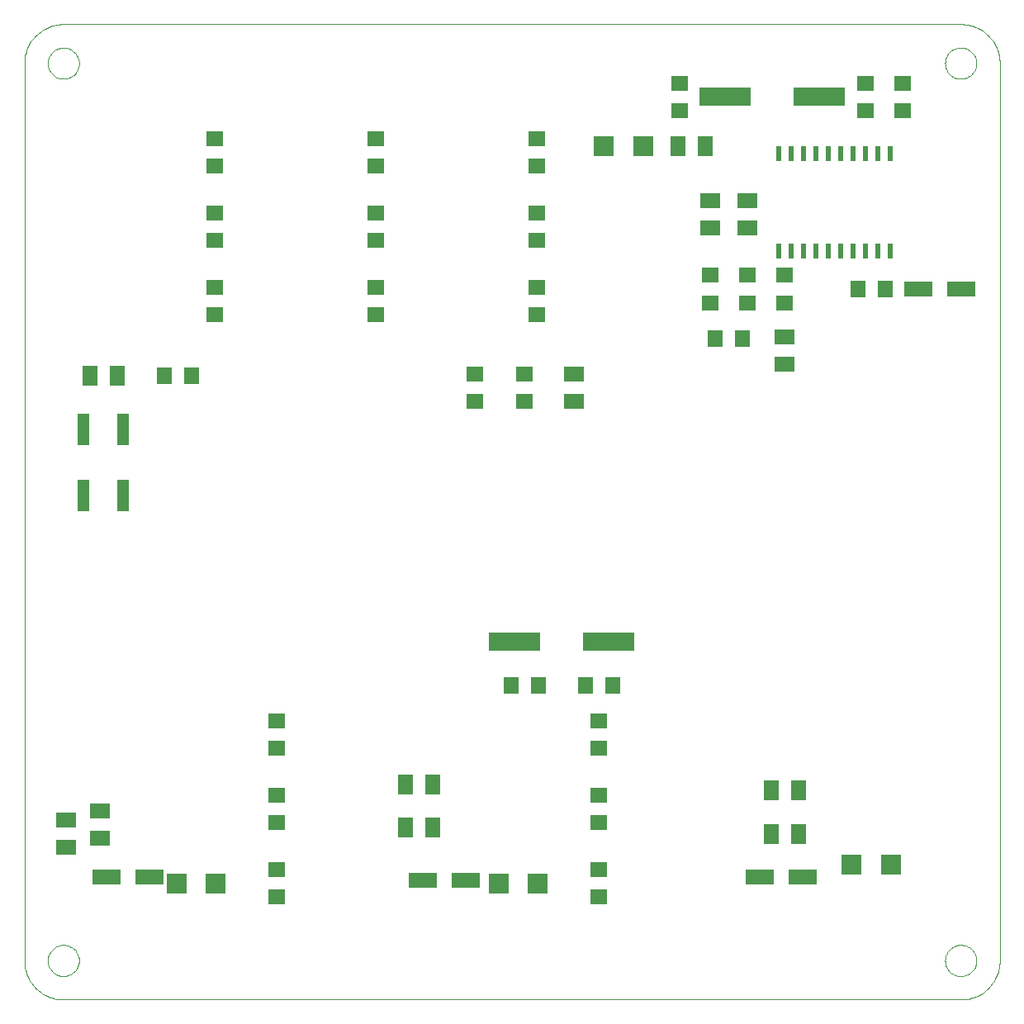
<source format=gtp>
G75*
G70*
%OFA0B0*%
%FSLAX24Y24*%
%IPPOS*%
%LPD*%
%AMOC8*
5,1,8,0,0,1.08239X$1,22.5*
%
%ADD10R,0.0236X0.0591*%
%ADD11R,0.2100X0.0760*%
%ADD12R,0.0709X0.0630*%
%ADD13R,0.0630X0.0709*%
%ADD14R,0.0630X0.0787*%
%ADD15R,0.0710X0.0630*%
%ADD16R,0.0787X0.0630*%
%ADD17R,0.1181X0.0630*%
%ADD18R,0.0472X0.1260*%
%ADD19R,0.0787X0.0787*%
%ADD20C,0.0000*%
D10*
X035066Y033632D03*
X035566Y033632D03*
X036066Y033632D03*
X036566Y033632D03*
X037066Y033632D03*
X037566Y033632D03*
X038066Y033632D03*
X038566Y033632D03*
X039066Y033632D03*
X039566Y033632D03*
X039566Y037569D03*
X039066Y037569D03*
X038566Y037569D03*
X038066Y037569D03*
X037566Y037569D03*
X037066Y037569D03*
X036566Y037569D03*
X036066Y037569D03*
X035566Y037569D03*
X035066Y037569D03*
D11*
X036716Y039851D03*
X032916Y039851D03*
X028216Y017851D03*
X024416Y017851D03*
D12*
X027816Y014652D03*
X027816Y013549D03*
X027816Y011652D03*
X027816Y010549D03*
X027816Y008652D03*
X027816Y007549D03*
X014816Y007549D03*
X014816Y008652D03*
X014816Y010549D03*
X014816Y011652D03*
X014816Y013549D03*
X014816Y014652D03*
X022816Y027549D03*
X022816Y028652D03*
X024816Y028652D03*
X024816Y027549D03*
X025316Y031049D03*
X025316Y032152D03*
X025316Y034049D03*
X025316Y035152D03*
X025316Y037049D03*
X025316Y038152D03*
X031066Y039299D03*
X031066Y040402D03*
X038566Y040402D03*
X038566Y039299D03*
X040066Y039299D03*
X040066Y040402D03*
X018816Y038152D03*
X018816Y037049D03*
X018816Y035152D03*
X018816Y034049D03*
X018816Y032152D03*
X018816Y031049D03*
X012316Y031049D03*
X012316Y032152D03*
X012316Y034049D03*
X012316Y035152D03*
X012316Y037049D03*
X012316Y038152D03*
D13*
X011367Y028601D03*
X010265Y028601D03*
X024265Y016101D03*
X025367Y016101D03*
X027265Y016101D03*
X028367Y016101D03*
X032515Y030101D03*
X033617Y030101D03*
X038265Y032101D03*
X039367Y032101D03*
D14*
X032117Y037851D03*
X031015Y037851D03*
X008367Y028601D03*
X007265Y028601D03*
X020015Y012101D03*
X021117Y012101D03*
X021117Y010351D03*
X020015Y010351D03*
X034765Y010101D03*
X035867Y010101D03*
X035867Y011851D03*
X034765Y011851D03*
D15*
X035316Y031541D03*
X035316Y032660D03*
X033816Y032660D03*
X033816Y031541D03*
X032316Y031541D03*
X032316Y032660D03*
D16*
X032316Y034549D03*
X032316Y035652D03*
X033816Y035652D03*
X033816Y034549D03*
X035316Y030152D03*
X035316Y029049D03*
X026816Y028652D03*
X026816Y027549D03*
X007691Y011027D03*
X007691Y009924D03*
X006316Y009549D03*
X006316Y010652D03*
D17*
X007950Y008351D03*
X009682Y008351D03*
X020700Y008226D03*
X022432Y008226D03*
X034325Y008351D03*
X036057Y008351D03*
X040700Y032101D03*
X042432Y032101D03*
D18*
X008603Y026439D03*
X007028Y026439D03*
X007028Y023762D03*
X008603Y023762D03*
D19*
X010778Y008101D03*
X012353Y008101D03*
X023778Y008101D03*
X025353Y008101D03*
X038028Y008851D03*
X039603Y008851D03*
X029603Y037851D03*
X028028Y037851D03*
D20*
X004631Y041211D02*
X004631Y004990D01*
X005576Y004990D02*
X005578Y005040D01*
X005584Y005090D01*
X005594Y005139D01*
X005608Y005187D01*
X005625Y005234D01*
X005646Y005279D01*
X005671Y005323D01*
X005699Y005364D01*
X005731Y005403D01*
X005765Y005440D01*
X005802Y005474D01*
X005842Y005504D01*
X005884Y005531D01*
X005928Y005555D01*
X005974Y005576D01*
X006021Y005592D01*
X006069Y005605D01*
X006119Y005614D01*
X006168Y005619D01*
X006219Y005620D01*
X006269Y005617D01*
X006318Y005610D01*
X006367Y005599D01*
X006415Y005584D01*
X006461Y005566D01*
X006506Y005544D01*
X006549Y005518D01*
X006590Y005489D01*
X006629Y005457D01*
X006665Y005422D01*
X006697Y005384D01*
X006727Y005344D01*
X006754Y005301D01*
X006777Y005257D01*
X006796Y005211D01*
X006812Y005163D01*
X006824Y005114D01*
X006832Y005065D01*
X006836Y005015D01*
X006836Y004965D01*
X006832Y004915D01*
X006824Y004866D01*
X006812Y004817D01*
X006796Y004769D01*
X006777Y004723D01*
X006754Y004679D01*
X006727Y004636D01*
X006697Y004596D01*
X006665Y004558D01*
X006629Y004523D01*
X006590Y004491D01*
X006549Y004462D01*
X006506Y004436D01*
X006461Y004414D01*
X006415Y004396D01*
X006367Y004381D01*
X006318Y004370D01*
X006269Y004363D01*
X006219Y004360D01*
X006168Y004361D01*
X006119Y004366D01*
X006069Y004375D01*
X006021Y004388D01*
X005974Y004404D01*
X005928Y004425D01*
X005884Y004449D01*
X005842Y004476D01*
X005802Y004506D01*
X005765Y004540D01*
X005731Y004577D01*
X005699Y004616D01*
X005671Y004657D01*
X005646Y004701D01*
X005625Y004746D01*
X005608Y004793D01*
X005594Y004841D01*
X005584Y004890D01*
X005578Y004940D01*
X005576Y004990D01*
X004631Y004990D02*
X004633Y004913D01*
X004639Y004836D01*
X004648Y004759D01*
X004661Y004683D01*
X004678Y004607D01*
X004699Y004533D01*
X004723Y004459D01*
X004751Y004387D01*
X004782Y004317D01*
X004817Y004248D01*
X004855Y004180D01*
X004896Y004115D01*
X004941Y004052D01*
X004989Y003991D01*
X005039Y003932D01*
X005092Y003876D01*
X005148Y003823D01*
X005207Y003773D01*
X005268Y003725D01*
X005331Y003680D01*
X005396Y003639D01*
X005464Y003601D01*
X005533Y003566D01*
X005603Y003535D01*
X005675Y003507D01*
X005749Y003483D01*
X005823Y003462D01*
X005899Y003445D01*
X005975Y003432D01*
X006052Y003423D01*
X006129Y003417D01*
X006206Y003415D01*
X006206Y003416D02*
X042426Y003416D01*
X041796Y004990D02*
X041798Y005040D01*
X041804Y005090D01*
X041814Y005139D01*
X041828Y005187D01*
X041845Y005234D01*
X041866Y005279D01*
X041891Y005323D01*
X041919Y005364D01*
X041951Y005403D01*
X041985Y005440D01*
X042022Y005474D01*
X042062Y005504D01*
X042104Y005531D01*
X042148Y005555D01*
X042194Y005576D01*
X042241Y005592D01*
X042289Y005605D01*
X042339Y005614D01*
X042388Y005619D01*
X042439Y005620D01*
X042489Y005617D01*
X042538Y005610D01*
X042587Y005599D01*
X042635Y005584D01*
X042681Y005566D01*
X042726Y005544D01*
X042769Y005518D01*
X042810Y005489D01*
X042849Y005457D01*
X042885Y005422D01*
X042917Y005384D01*
X042947Y005344D01*
X042974Y005301D01*
X042997Y005257D01*
X043016Y005211D01*
X043032Y005163D01*
X043044Y005114D01*
X043052Y005065D01*
X043056Y005015D01*
X043056Y004965D01*
X043052Y004915D01*
X043044Y004866D01*
X043032Y004817D01*
X043016Y004769D01*
X042997Y004723D01*
X042974Y004679D01*
X042947Y004636D01*
X042917Y004596D01*
X042885Y004558D01*
X042849Y004523D01*
X042810Y004491D01*
X042769Y004462D01*
X042726Y004436D01*
X042681Y004414D01*
X042635Y004396D01*
X042587Y004381D01*
X042538Y004370D01*
X042489Y004363D01*
X042439Y004360D01*
X042388Y004361D01*
X042339Y004366D01*
X042289Y004375D01*
X042241Y004388D01*
X042194Y004404D01*
X042148Y004425D01*
X042104Y004449D01*
X042062Y004476D01*
X042022Y004506D01*
X041985Y004540D01*
X041951Y004577D01*
X041919Y004616D01*
X041891Y004657D01*
X041866Y004701D01*
X041845Y004746D01*
X041828Y004793D01*
X041814Y004841D01*
X041804Y004890D01*
X041798Y004940D01*
X041796Y004990D01*
X042426Y003415D02*
X042503Y003417D01*
X042580Y003423D01*
X042657Y003432D01*
X042733Y003445D01*
X042809Y003462D01*
X042883Y003483D01*
X042957Y003507D01*
X043029Y003535D01*
X043099Y003566D01*
X043168Y003601D01*
X043236Y003639D01*
X043301Y003680D01*
X043364Y003725D01*
X043425Y003773D01*
X043484Y003823D01*
X043540Y003876D01*
X043593Y003932D01*
X043643Y003991D01*
X043691Y004052D01*
X043736Y004115D01*
X043777Y004180D01*
X043815Y004248D01*
X043850Y004317D01*
X043881Y004387D01*
X043909Y004459D01*
X043933Y004533D01*
X043954Y004607D01*
X043971Y004683D01*
X043984Y004759D01*
X043993Y004836D01*
X043999Y004913D01*
X044001Y004990D01*
X044001Y041211D01*
X041796Y041211D02*
X041798Y041261D01*
X041804Y041311D01*
X041814Y041360D01*
X041828Y041408D01*
X041845Y041455D01*
X041866Y041500D01*
X041891Y041544D01*
X041919Y041585D01*
X041951Y041624D01*
X041985Y041661D01*
X042022Y041695D01*
X042062Y041725D01*
X042104Y041752D01*
X042148Y041776D01*
X042194Y041797D01*
X042241Y041813D01*
X042289Y041826D01*
X042339Y041835D01*
X042388Y041840D01*
X042439Y041841D01*
X042489Y041838D01*
X042538Y041831D01*
X042587Y041820D01*
X042635Y041805D01*
X042681Y041787D01*
X042726Y041765D01*
X042769Y041739D01*
X042810Y041710D01*
X042849Y041678D01*
X042885Y041643D01*
X042917Y041605D01*
X042947Y041565D01*
X042974Y041522D01*
X042997Y041478D01*
X043016Y041432D01*
X043032Y041384D01*
X043044Y041335D01*
X043052Y041286D01*
X043056Y041236D01*
X043056Y041186D01*
X043052Y041136D01*
X043044Y041087D01*
X043032Y041038D01*
X043016Y040990D01*
X042997Y040944D01*
X042974Y040900D01*
X042947Y040857D01*
X042917Y040817D01*
X042885Y040779D01*
X042849Y040744D01*
X042810Y040712D01*
X042769Y040683D01*
X042726Y040657D01*
X042681Y040635D01*
X042635Y040617D01*
X042587Y040602D01*
X042538Y040591D01*
X042489Y040584D01*
X042439Y040581D01*
X042388Y040582D01*
X042339Y040587D01*
X042289Y040596D01*
X042241Y040609D01*
X042194Y040625D01*
X042148Y040646D01*
X042104Y040670D01*
X042062Y040697D01*
X042022Y040727D01*
X041985Y040761D01*
X041951Y040798D01*
X041919Y040837D01*
X041891Y040878D01*
X041866Y040922D01*
X041845Y040967D01*
X041828Y041014D01*
X041814Y041062D01*
X041804Y041111D01*
X041798Y041161D01*
X041796Y041211D01*
X042426Y042786D02*
X042503Y042784D01*
X042580Y042778D01*
X042657Y042769D01*
X042733Y042756D01*
X042809Y042739D01*
X042883Y042718D01*
X042957Y042694D01*
X043029Y042666D01*
X043099Y042635D01*
X043168Y042600D01*
X043236Y042562D01*
X043301Y042521D01*
X043364Y042476D01*
X043425Y042428D01*
X043484Y042378D01*
X043540Y042325D01*
X043593Y042269D01*
X043643Y042210D01*
X043691Y042149D01*
X043736Y042086D01*
X043777Y042021D01*
X043815Y041953D01*
X043850Y041884D01*
X043881Y041814D01*
X043909Y041742D01*
X043933Y041668D01*
X043954Y041594D01*
X043971Y041518D01*
X043984Y041442D01*
X043993Y041365D01*
X043999Y041288D01*
X044001Y041211D01*
X042426Y042786D02*
X006206Y042786D01*
X005576Y041211D02*
X005578Y041261D01*
X005584Y041311D01*
X005594Y041360D01*
X005608Y041408D01*
X005625Y041455D01*
X005646Y041500D01*
X005671Y041544D01*
X005699Y041585D01*
X005731Y041624D01*
X005765Y041661D01*
X005802Y041695D01*
X005842Y041725D01*
X005884Y041752D01*
X005928Y041776D01*
X005974Y041797D01*
X006021Y041813D01*
X006069Y041826D01*
X006119Y041835D01*
X006168Y041840D01*
X006219Y041841D01*
X006269Y041838D01*
X006318Y041831D01*
X006367Y041820D01*
X006415Y041805D01*
X006461Y041787D01*
X006506Y041765D01*
X006549Y041739D01*
X006590Y041710D01*
X006629Y041678D01*
X006665Y041643D01*
X006697Y041605D01*
X006727Y041565D01*
X006754Y041522D01*
X006777Y041478D01*
X006796Y041432D01*
X006812Y041384D01*
X006824Y041335D01*
X006832Y041286D01*
X006836Y041236D01*
X006836Y041186D01*
X006832Y041136D01*
X006824Y041087D01*
X006812Y041038D01*
X006796Y040990D01*
X006777Y040944D01*
X006754Y040900D01*
X006727Y040857D01*
X006697Y040817D01*
X006665Y040779D01*
X006629Y040744D01*
X006590Y040712D01*
X006549Y040683D01*
X006506Y040657D01*
X006461Y040635D01*
X006415Y040617D01*
X006367Y040602D01*
X006318Y040591D01*
X006269Y040584D01*
X006219Y040581D01*
X006168Y040582D01*
X006119Y040587D01*
X006069Y040596D01*
X006021Y040609D01*
X005974Y040625D01*
X005928Y040646D01*
X005884Y040670D01*
X005842Y040697D01*
X005802Y040727D01*
X005765Y040761D01*
X005731Y040798D01*
X005699Y040837D01*
X005671Y040878D01*
X005646Y040922D01*
X005625Y040967D01*
X005608Y041014D01*
X005594Y041062D01*
X005584Y041111D01*
X005578Y041161D01*
X005576Y041211D01*
X004631Y041211D02*
X004633Y041288D01*
X004639Y041365D01*
X004648Y041442D01*
X004661Y041518D01*
X004678Y041594D01*
X004699Y041668D01*
X004723Y041742D01*
X004751Y041814D01*
X004782Y041884D01*
X004817Y041953D01*
X004855Y042021D01*
X004896Y042086D01*
X004941Y042149D01*
X004989Y042210D01*
X005039Y042269D01*
X005092Y042325D01*
X005148Y042378D01*
X005207Y042428D01*
X005268Y042476D01*
X005331Y042521D01*
X005396Y042562D01*
X005464Y042600D01*
X005533Y042635D01*
X005603Y042666D01*
X005675Y042694D01*
X005749Y042718D01*
X005823Y042739D01*
X005899Y042756D01*
X005975Y042769D01*
X006052Y042778D01*
X006129Y042784D01*
X006206Y042786D01*
M02*

</source>
